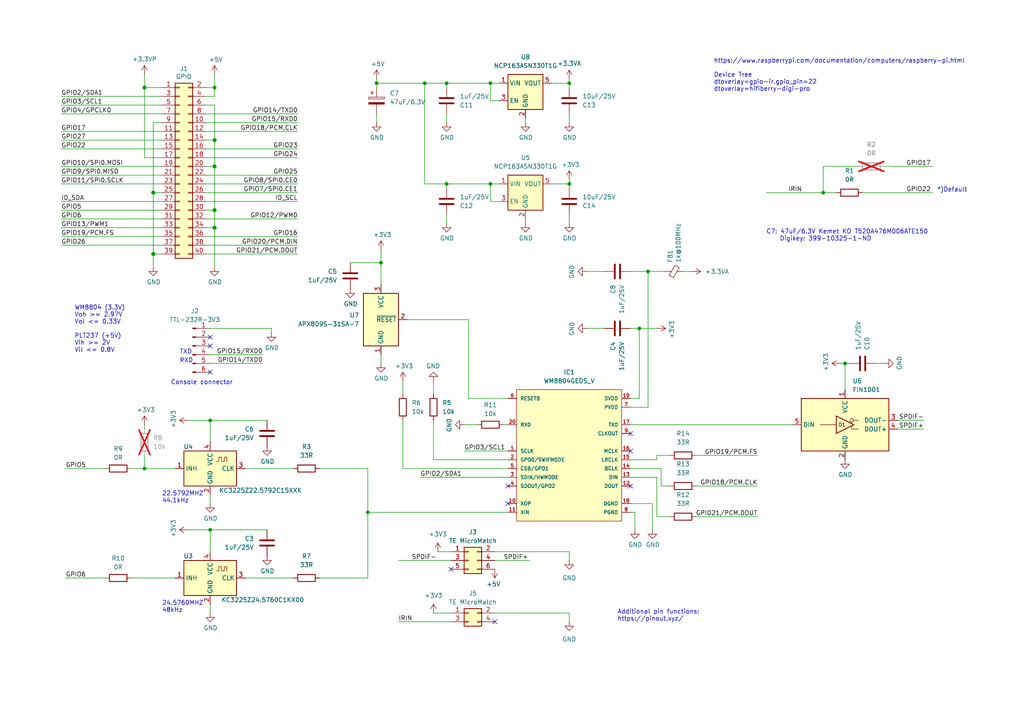
<source format=kicad_sch>
(kicad_sch (version 20250114) (generator "eeschema") (generator_version "9.0")
  (paper "A4")
  (title_block (title "RPI HAT S/PDIF and IR") (date "2025-12-20") (rev "V6 Min"))
  (lib_symbols
    (symbol "Connector:Conn_01x06_Pin" (pin_names (offset 1.016) (hide yes))
      (property "Reference" "J" (at 0 7.62 0))
      (property "Value" "Conn_01x06_Pin" (at 0 -10.16 0))
      (symbol "Conn_01x06_Pin_1_1"
        (pin passive line (at 5.08 5.08 180) (length 3.81) (name "Pin_1") (number "1"))
        (pin passive line (at 5.08 2.54 180) (length 3.81) (name "Pin_2") (number "2"))
        (pin passive line (at 5.08 0 180) (length 3.81) (name "Pin_3") (number "3"))
        (pin passive line (at 5.08 -2.54 180) (length 3.81) (name "Pin_4") (number "4"))
        (pin passive line (at 5.08 -5.08 180) (length 3.81) (name "Pin_5") (number "5"))
        (pin passive line (at 5.08 -7.62 180) (length 3.81) (name "Pin_6") (number "6"))
      )
    )
    (symbol "Connector_Generic:Conn_02x02_Odd_Even" (pin_names (offset 1.016) (hide yes))
      (property "Reference" "J" (at 1.27 2.54 0))
      (property "Value" "Conn_02x02_Odd_Even" (at 1.27 -5.08 0))
      (symbol "Conn_02x02_Odd_Even_1_1"
        (pin passive line (at -5.08 0 0) (length 3.81) (name "Pin_1") (number "1"))
        (pin passive line (at -5.08 -2.54 0) (length 3.81) (name "Pin_3") (number "3"))
        (pin passive line (at 7.62 0 180) (length 3.81) (name "Pin_2") (number "2"))
        (pin passive line (at 7.62 -2.54 180) (length 3.81) (name "Pin_4") (number "4"))
      )
    )
    (symbol "Connector_Generic:Conn_02x03_Odd_Even" (pin_names (offset 1.016) (hide yes))
      (property "Reference" "J" (at 1.27 5.08 0))
      (property "Value" "Conn_02x03_Odd_Even" (at 1.27 -5.08 0))
      (symbol "Conn_02x03_Odd_Even_1_1"
        (pin passive line (at -5.08 2.54 0) (length 3.81) (name "Pin_1") (number "1"))
        (pin passive line (at -5.08 0 0) (length 3.81) (name "Pin_3") (number "3"))
        (pin passive line (at -5.08 -2.54 0) (length 3.81) (name "Pin_5") (number "5"))
        (pin passive line (at 7.62 2.54 180) (length 3.81) (name "Pin_2") (number "2"))
        (pin passive line (at 7.62 0 180) (length 3.81) (name "Pin_4") (number "4"))
        (pin passive line (at 7.62 -2.54 180) (length 3.81) (name "Pin_6") (number "6"))
      )
    )
    (symbol "Connector_Generic:Conn_02x20_Odd_Even" (pin_names (offset 1.016) (hide yes))
      (property "Reference" "J" (at 1.27 25.4 0))
      (property "Value" "Conn_02x20_Odd_Even" (at 1.27 -27.94 0))
      (symbol "Conn_02x20_Odd_Even_1_1"
        (pin passive line (at -5.08 22.86 0) (length 3.81) (name "Pin_1") (number "1"))
        (pin passive line (at -5.08 20.32 0) (length 3.81) (name "Pin_3") (number "3"))
        (pin passive line (at -5.08 17.78 0) (length 3.81) (name "Pin_5") (number "5"))
        (pin passive line (at -5.08 15.24 0) (length 3.81) (name "Pin_7") (number "7"))
        (pin passive line (at -5.08 12.7 0) (length 3.81) (name "Pin_9") (number "9"))
        (pin passive line (at -5.08 10.16 0) (length 3.81) (name "Pin_11") (number "11"))
        (pin passive line (at -5.08 7.62 0) (length 3.81) (name "Pin_13") (number "13"))
        (pin passive line (at -5.08 5.08 0) (length 3.81) (name "Pin_15") (number "15"))
        (pin passive line (at -5.08 2.54 0) (length 3.81) (name "Pin_17") (number "17"))
        (pin passive line (at -5.08 0 0) (length 3.81) (name "Pin_19") (number "19"))
        (pin passive line (at -5.08 -2.54 0) (length 3.81) (name "Pin_21") (number "21"))
        (pin passive line (at -5.08 -5.08 0) (length 3.81) (name "Pin_23") (number "23"))
        (pin passive line (at -5.08 -7.62 0) (length 3.81) (name "Pin_25") (number "25"))
        (pin passive line (at -5.08 -10.16 0) (length 3.81) (name "Pin_27") (number "27"))
        (pin passive line (at -5.08 -12.7 0) (length 3.81) (name "Pin_29") (number "29"))
        (pin passive line (at -5.08 -15.24 0) (length 3.81) (name "Pin_31") (number "31"))
        (pin passive line (at -5.08 -17.78 0) (length 3.81) (name "Pin_33") (number "33"))
        (pin passive line (at -5.08 -20.32 0) (length 3.81) (name "Pin_35") (number "35"))
        (pin passive line (at -5.08 -22.86 0) (length 3.81) (name "Pin_37") (number "37"))
        (pin passive line (at -5.08 -25.4 0) (length 3.81) (name "Pin_39") (number "39"))
        (pin passive line (at 7.62 22.86 180) (length 3.81) (name "Pin_2") (number "2"))
        (pin passive line (at 7.62 20.32 180) (length 3.81) (name "Pin_4") (number "4"))
        (pin passive line (at 7.62 17.78 180) (length 3.81) (name "Pin_6") (number "6"))
        (pin passive line (at 7.62 15.24 180) (length 3.81) (name "Pin_8") (number "8"))
        (pin passive line (at 7.62 12.7 180) (length 3.81) (name "Pin_10") (number "10"))
        (pin passive line (at 7.62 10.16 180) (length 3.81) (name "Pin_12") (number "12"))
        (pin passive line (at 7.62 7.62 180) (length 3.81) (name "Pin_14") (number "14"))
        (pin passive line (at 7.62 5.08 180) (length 3.81) (name "Pin_16") (number "16"))
        (pin passive line (at 7.62 2.54 180) (length 3.81) (name "Pin_18") (number "18"))
        (pin passive line (at 7.62 0 180) (length 3.81) (name "Pin_20") (number "20"))
        (pin passive line (at 7.62 -2.54 180) (length 3.81) (name "Pin_22") (number "22"))
        (pin passive line (at 7.62 -5.08 180) (length 3.81) (name "Pin_24") (number "24"))
        (pin passive line (at 7.62 -7.62 180) (length 3.81) (name "Pin_26") (number "26"))
        (pin passive line (at 7.62 -10.16 180) (length 3.81) (name "Pin_28") (number "28"))
        (pin passive line (at 7.62 -12.7 180) (length 3.81) (name "Pin_30") (number "30"))
        (pin passive line (at 7.62 -15.24 180) (length 3.81) (name "Pin_32") (number "32"))
        (pin passive line (at 7.62 -17.78 180) (length 3.81) (name "Pin_34") (number "34"))
        (pin passive line (at 7.62 -20.32 180) (length 3.81) (name "Pin_36") (number "36"))
        (pin passive line (at 7.62 -22.86 180) (length 3.81) (name "Pin_38") (number "38"))
        (pin passive line (at 7.62 -25.4 180) (length 3.81) (name "Pin_40") (number "40"))
      )
    )
    (symbol "Device:C" (pin_numbers (hide yes)) (pin_names (offset 0.254))
      (property "Reference" "C" (at 0.635 2.54 0))
      (property "Value" "C" (at 0.635 -2.54 0))
      (symbol "C_1_1"
        (pin passive line (at 0 3.81 270) (length 2.794) (name "~") (number "1"))
        (pin passive line (at 0 -3.81 90) (length 2.794) (name "~") (number "2"))
      )
    )
    (symbol "Device:C_Polarized" (pin_numbers (hide yes)) (pin_names (offset 0.254))
      (property "Reference" "C" (at 0.635 2.54 0))
      (property "Value" "C_Polarized" (at 0.635 -2.54 0))
      (symbol "C_Polarized_1_1"
        (pin passive line (at 0 3.81 270) (length 2.794) (name "~") (number "1"))
        (pin passive line (at 0 -3.81 90) (length 2.794) (name "~") (number "2"))
      )
    )
    (symbol "Device:R" (pin_numbers (hide yes)) (pin_names (offset 0))
      (property "Reference" "R" (at 2.032 0 90))
      (property "Value" "R" (at 0 0 90))
      (symbol "R_1_1"
        (pin passive line (at 0 3.81 270) (length 1.27) (name "~") (number "1"))
        (pin passive line (at 0 -3.81 90) (length 1.27) (name "~") (number "2"))
      )
    )
    (symbol "Oscillator:KC2520Z"
      (property "Reference" "Y" (at 2.54 12.7 0))
      (property "Value" "KC2520Z" (at 6.35 10.16 0))
      (symbol "KC2520Z_1_1"
        (pin input line (at -10.16 0 0) (length 2.54) (name "INH") (number "1"))
        (pin power_in line (at 0 7.62 270) (length 2.54) (name "VCC") (number "4"))
        (pin power_in line (at 0 -7.62 90) (length 2.54) (name "GND") (number "2"))
        (pin output line (at 10.16 0 180) (length 2.54) (name "CLK") (number "3"))
      )
    )
    (symbol "Power_Supervisor:LM809"
      (property "Reference" "U" (at 2.54 12.7 0))
      (property "Value" "LM809" (at 5.08 10.16 0))
      (symbol "LM809_1_1"
        (pin power_in line (at 0 10.16 270) (length 2.54) (name "VCC") (number "3"))
        (pin power_in line (at 0 -10.16 90) (length 2.54) (name "GND") (number "1"))
        (pin output line (at 7.62 0 180) (length 2.54) (name "~{RESET}") (number "2"))
      )
    )
    (symbol "Regulator_Linear:NCP163ASN330T1G"
      (property "Reference" "U" (at 0 8.89 0))
      (property "Value" "NCP163ASN330T1G" (at 0 6.35 0))
      (symbol "NCP163ASN330T1G_1_1"
        (pin power_in line (at -7.62 2.54 0) (length 2.54) (name "VIN") (number "1"))
        (pin input line (at -7.62 -2.54 0) (length 2.54) (name "EN") (number "3"))
        (pin power_in line (at 0 -7.62 90) (length 2.54) (name "GND") (number "2"))
        (pin no_connect line (at 5.08 -2.54 180) (length 2.54) (hide yes) (name "NC") (number "4"))
        (pin power_out line (at 7.62 2.54 180) (length 2.54) (name "VOUT") (number "5"))
      )
    )
    (symbol "dac-rescue:Ferrite_Bead_Small-Device" (pin_numbers (hide yes)) (pin_names (offset 0))
      (property "Reference" "FB" (at 1.905 1.27 0))
      (property "Value" "Ferrite_Bead_Small-Device" (at 1.905 -1.27 0))
      (symbol "Ferrite_Bead_Small-Device_1_1"
        (pin passive line (at 0 2.54 270) (length 1.27) (name "~") (number "1"))
        (pin passive line (at 0 -2.54 90) (length 1.27) (name "~") (number "2"))
      )
    )
    (symbol "kicad-snk:FIN1001"
      (property "Reference" "U?" (at 8.89 12.7 0))
      (property "Value" "FIN1001" (at 8.89 10.16 0))
      (symbol "FIN1001_1_0"
        (text "D1" (at -0.889 0 0) (effects (font (size 1.016 1.016))))
      )
      (symbol "FIN1001_1_1"
        (pin input line (at -15.24 0 0) (length 2.54) (name "DIN") (number "5"))
        (pin power_in line (at 0 10.16 270) (length 2.54) (name "VCC") (number "1"))
        (pin power_in line (at 0 -10.16 90) (length 2.54) (name "GND") (number "2"))
        (pin output line (at 15.24 1.27 180) (length 2.54) (name "DOUT-") (number "3"))
        (pin output line (at 15.24 -1.27 180) (length 2.54) (name "DOUT+") (number "4"))
      )
    )
    (symbol "kicad-snk:WM8804GEDS_V" (pin_names (offset 1.016))
      (property "Reference" "IC" (at -15.24 13.97 0))
      (property "Value" "WM8804GEDS_V" (at -15.24 -27.94 0))
      (symbol "WM8804GEDS_V_0_0"
        (pin bidirectional line (at -17.78 10.16 0) (length 2.54) (name "RESETB") (number "6"))
        (pin bidirectional line (at -17.78 2.54 0) (length 2.54) (name "RX0") (number "20"))
        (pin bidirectional line (at -17.78 -5.08 0) (length 2.54) (name "SCLK") (number "1"))
        (pin bidirectional line (at -17.78 -7.62 0) (length 2.54) (name "GPO0/SWIFMODE") (number "2"))
        (pin bidirectional line (at -17.78 -10.16 0) (length 2.54) (name "CSB/GPO1") (number "5"))
        (pin bidirectional line (at -17.78 -12.7 0) (length 2.54) (name "SDIN/HWMODE") (number "3"))
        (pin bidirectional line (at -17.78 -15.24 0) (length 2.54) (name "SDOUT/GPO2") (number "4"))
        (pin bidirectional line (at -17.78 -20.32 0) (length 2.54) (name "XOP") (number "10"))
        (pin bidirectional line (at -17.78 -22.86 0) (length 2.54) (name "XIN") (number "11"))
        (pin bidirectional line (at 17.78 10.16 180) (length 2.54) (name "DVDD") (number "19"))
        (pin bidirectional line (at 17.78 7.62 180) (length 2.54) (name "PVDD") (number "7"))
        (pin bidirectional line (at 17.78 2.54 180) (length 2.54) (name "TX0") (number "17"))
        (pin bidirectional line (at 17.78 0 180) (length 2.54) (name "CLKOUT") (number "9"))
        (pin bidirectional line (at 17.78 -5.08 180) (length 2.54) (name "MCLK") (number "16"))
        (pin bidirectional line (at 17.78 -7.62 180) (length 2.54) (name "LRCLK") (number "15"))
        (pin bidirectional line (at 17.78 -10.16 180) (length 2.54) (name "BCLK") (number "14"))
        (pin bidirectional line (at 17.78 -12.7 180) (length 2.54) (name "DIN") (number "13"))
        (pin bidirectional line (at 17.78 -15.24 180) (length 2.54) (name "DOUT") (number "12"))
        (pin bidirectional line (at 17.78 -20.32 180) (length 2.54) (name "DGND") (number "18"))
        (pin bidirectional line (at 17.78 -22.86 180) (length 2.54) (name "PGND") (number "8"))
      )
    )
    (symbol "power:+3.3V" (power) (pin_numbers (hide yes)) (pin_names (offset 0) (hide yes))
      (property "Value" "+3.3V" (at 0 3.556 0))
      (symbol "+3.3V_1_1"
        (pin power_in line (at 0 0 90) (length 0) (name "~") (number "1"))
      )
    )
    (symbol "power:+3.3VA" (power) (pin_numbers (hide yes)) (pin_names (offset 0) (hide yes))
      (property "Value" "+3.3VA" (at 0 3.556 0))
      (symbol "+3.3VA_1_1"
        (pin power_in line (at 0 0 90) (length 0) (name "~") (number "1"))
      )
    )
    (symbol "power:+3.3VP" (power) (pin_numbers (hide yes)) (pin_names (offset 0) (hide yes))
      (property "Value" "+3.3VP" (at 0 3.556 0))
      (symbol "+3.3VP_0_0"
        (pin power_in line (at 0 0 90) (length 0) (name "~") (number "1"))
      )
    )
    (symbol "power:+5V" (power) (pin_numbers (hide yes)) (pin_names (offset 0) (hide yes))
      (property "Value" "+5V" (at 0 3.556 0))
      (symbol "+5V_1_1"
        (pin power_in line (at 0 0 90) (length 0) (name "~") (number "1"))
      )
    )
    (symbol "power:GND" (power) (pin_numbers (hide yes)) (pin_names (offset 0) (hide yes))
      (property "Value" "GND" (at 0 -3.81 0))
      (symbol "GND_1_1"
        (pin power_in line (at 0 0 270) (length 0) (name "~") (number "1"))
      )
    )
  )
  (text "24.5760MHZ\n48kHz" (at 46.99 177.8 0) (effects (font (size 1.27 1.27)) (justify left bottom)))
  (text "TXD" (at 52.07 102.87 0) (effects (font (size 1.27 1.27)) (justify left bottom)))
  (text "Console connector" (at 49.53 111.76 0) (effects (font (size 1.27 1.27)) (justify left bottom)))
  (text "https://www.raspberrypi.com/documentation/computers/raspberry-pi.html\n\nDevice Tree\ndtoverlay=gpio-ir,gpio_pin=22\ndtoverlay=hifiberry-digi-pro" (at 207.01 26.67 0) (effects (font (size 1.27 1.27)) (justify left bottom)))
  (text "WM8804 (3.3V)\nVoh >= 2.97V\nVol <= 0.33V\n\nPLT237 (+5V)\nVih >= 2V\nVil <= 0.8V" (at 21.59 102.362 0) (effects (font (size 1.27 1.27)) (justify left bottom)))
  (text "22.5792MHZ\n44.1kHz" (at 46.99 146.05 0) (effects (font (size 1.27 1.27)) (justify left bottom)))
  (text "C7: 47uF/6.3V Kemet KO T520A476M006ATE150 \n    Digikey: ‎399-10325-1-ND‎" (at 222.25 68.326 0) (effects (font (size 1.27 1.27)) (justify left)))
  (text "RXD" (at 52.07 105.41 0) (effects (font (size 1.27 1.27)) (justify left bottom)))
  (text "*)Default" (at 271.78 55.88 0) (effects (font (size 1.27 1.27)) (justify left bottom)))
  (text "Additional pin functions:\nhttps://pinout.xyz/" (at 179.07 180.34 0) (effects (font (size 1.27 1.27)) (justify left bottom)))
  (junction (at 41.91 135.89))
  (junction (at 123.19 24.13))
  (junction (at 185.42 95.25))
  (junction (at 62.23 60.96) (diameter 1.016))
  (junction (at 41.91 25.4) (diameter 1.016))
  (junction (at 62.23 66.04) (diameter 1.016))
  (junction (at 187.96 78.74))
  (junction (at 142.24 53.34))
  (junction (at 165.1 24.13))
  (junction (at 44.45 55.88) (diameter 1.016))
  (junction (at 109.22 24.13))
  (junction (at 129.54 53.34))
  (junction (at 142.24 24.13))
  (junction (at 62.23 48.26) (diameter 1.016))
  (junction (at 62.23 25.4))
  (junction (at 106.68 148.59))
  (junction (at 62.23 40.64) (diameter 1.016))
  (junction (at 129.54 24.13))
  (junction (at 238.76 55.88))
  (junction (at 60.96 121.92))
  (junction (at 60.96 153.67))
  (junction (at 245.11 105.41))
  (junction (at 44.45 73.66) (diameter 1.016))
  (junction (at 165.1 53.34))
  (junction (at 110.49 76.2))
  (no_connect (at 182.88 130.81))
  (no_connect (at 182.88 125.73))
  (no_connect (at 147.32 140.97))
  (no_connect (at 130.81 165.1))
  (no_connect (at 60.96 97.79))
  (no_connect (at 60.96 100.33))
  (no_connect (at 60.96 107.95))
  (no_connect (at 143.51 180.34))
  (no_connect (at 147.32 146.05))
  (no_connect (at 182.88 140.97))
  (wire (pts (xy 135.89 92.71) (xy 135.89 115.57)))
  (wire (pts (xy 44.45 55.88) (xy 44.45 73.66)))
  (wire (pts (xy 59.69 55.88) (xy 86.36 55.88)))
  (wire (pts (xy 165.1 24.13) (xy 160.02 24.13)))
  (wire (pts (xy 125.73 177.8) (xy 130.81 177.8)))
  (wire (pts (xy 46.99 38.1) (xy 17.78 38.1)))
  (wire (pts (xy 238.76 55.88) (xy 242.57 55.88)))
  (wire (pts (xy 160.02 53.34) (xy 165.1 53.34)))
  (wire (pts (xy 92.71 167.64) (xy 106.68 167.64)))
  (wire (pts (xy 62.23 30.48) (xy 62.23 40.64)))
  (wire (pts (xy 144.78 29.21) (xy 142.24 29.21)))
  (wire (pts (xy 62.23 27.94) (xy 62.23 25.4)))
  (wire (pts (xy 62.23 48.26) (xy 59.69 48.26)))
  (wire (pts (xy 170.18 78.74) (xy 175.26 78.74)))
  (wire (pts (xy 143.51 160.02) (xy 165.1 160.02)))
  (wire (pts (xy 254 105.41) (xy 256.54 105.41)))
  (wire (pts (xy 250.19 55.88) (xy 270.51 55.88)))
  (wire (pts (xy 62.23 60.96) (xy 62.23 66.04)))
  (wire (pts (xy 118.11 92.71) (xy 135.89 92.71)))
  (wire (pts (xy 121.92 138.43) (xy 147.32 138.43)))
  (wire (pts (xy 201.93 140.97) (xy 219.71 140.97)))
  (wire (pts (xy 248.92 48.26) (xy 238.76 48.26)))
  (wire (pts (xy 142.24 53.34) (xy 144.78 53.34)))
  (wire (pts (xy 71.12 135.89) (xy 85.09 135.89)))
  (wire (pts (xy 260.35 121.92) (xy 267.97 121.92)))
  (wire (pts (xy 92.71 135.89) (xy 106.68 135.89)))
  (wire (pts (xy 62.23 48.26) (xy 62.23 60.96)))
  (wire (pts (xy 59.69 33.02) (xy 86.36 33.02)))
  (wire (pts (xy 110.49 102.87) (xy 110.49 105.41)))
  (wire (pts (xy 44.45 35.56) (xy 44.45 55.88)))
  (wire (pts (xy 165.1 62.23) (xy 165.1 64.77)))
  (wire (pts (xy 44.45 35.56) (xy 46.99 35.56)))
  (wire (pts (xy 59.69 53.34) (xy 86.36 53.34)))
  (wire (pts (xy 46.99 58.42) (xy 17.78 58.42)))
  (wire (pts (xy 109.22 24.13) (xy 123.19 24.13)))
  (wire (pts (xy 17.78 60.96) (xy 46.99 60.96)))
  (wire (pts (xy 60.96 121.92) (xy 77.47 121.92)))
  (wire (pts (xy 152.4 34.29) (xy 152.4 35.56)))
  (wire (pts (xy 109.22 24.13) (xy 109.22 25.4)))
  (wire (pts (xy 187.96 118.11) (xy 187.96 78.74)))
  (wire (pts (xy 222.25 55.88) (xy 238.76 55.88)))
  (wire (pts (xy 59.69 27.94) (xy 62.23 27.94)))
  (wire (pts (xy 182.88 115.57) (xy 185.42 115.57)))
  (wire (pts (xy 182.88 148.59) (xy 184.15 148.59)))
  (wire (pts (xy 44.45 55.88) (xy 46.99 55.88)))
  (wire (pts (xy 116.84 121.92) (xy 116.84 135.89)))
  (wire (pts (xy 59.69 43.18) (xy 86.36 43.18)))
  (wire (pts (xy 106.68 135.89) (xy 106.68 148.59)))
  (wire (pts (xy 134.62 130.81) (xy 147.32 130.81)))
  (wire (pts (xy 116.84 110.49) (xy 116.84 114.3)))
  (wire (pts (xy 165.1 160.02) (xy 165.1 162.56)))
  (wire (pts (xy 59.69 73.66) (xy 86.36 73.66)))
  (wire (pts (xy 44.45 73.66) (xy 44.45 77.47)))
  (wire (pts (xy 17.78 40.64) (xy 46.99 40.64)))
  (wire (pts (xy 41.91 21.59) (xy 41.91 25.4)))
  (wire (pts (xy 110.49 72.39) (xy 110.49 76.2)))
  (wire (pts (xy 182.88 123.19) (xy 229.87 123.19)))
  (wire (pts (xy 185.42 95.25) (xy 190.5 95.25)))
  (wire (pts (xy 78.74 95.25) (xy 60.96 95.25)))
  (wire (pts (xy 165.1 25.4) (xy 165.1 24.13)))
  (wire (pts (xy 62.23 66.04) (xy 59.69 66.04)))
  (wire (pts (xy 198.12 78.74) (xy 200.66 78.74)))
  (wire (pts (xy 17.78 30.48) (xy 46.99 30.48)))
  (wire (pts (xy 54.61 121.92) (xy 60.96 121.92)))
  (wire (pts (xy 60.96 153.67) (xy 77.47 153.67)))
  (wire (pts (xy 185.42 115.57) (xy 185.42 95.25)))
  (wire (pts (xy 187.96 78.74) (xy 182.88 78.74)))
  (wire (pts (xy 17.78 53.34) (xy 46.99 53.34)))
  (wire (pts (xy 182.88 146.05) (xy 189.23 146.05)))
  (wire (pts (xy 71.12 167.64) (xy 85.09 167.64)))
  (wire (pts (xy 41.91 45.72) (xy 46.99 45.72)))
  (wire (pts (xy 115.57 180.34) (xy 130.81 180.34)))
  (wire (pts (xy 123.19 53.34) (xy 129.54 53.34)))
  (wire (pts (xy 143.51 162.56) (xy 153.67 162.56)))
  (wire (pts (xy 46.99 27.94) (xy 17.78 27.94)))
  (wire (pts (xy 201.93 149.86) (xy 219.71 149.86)))
  (wire (pts (xy 142.24 24.13) (xy 144.78 24.13)))
  (wire (pts (xy 165.1 33.02) (xy 165.1 35.56)))
  (wire (pts (xy 129.54 62.23) (xy 129.54 64.77)))
  (wire (pts (xy 245.11 105.41) (xy 245.11 113.03)))
  (wire (pts (xy 123.19 24.13) (xy 123.19 53.34)))
  (wire (pts (xy 62.23 40.64) (xy 62.23 48.26)))
  (wire (pts (xy 59.69 38.1) (xy 86.36 38.1)))
  (wire (pts (xy 106.68 167.64) (xy 106.68 148.59)))
  (wire (pts (xy 62.23 40.64) (xy 59.69 40.64)))
  (wire (pts (xy 62.23 25.4) (xy 62.23 21.59)))
  (wire (pts (xy 190.5 133.35) (xy 190.5 132.08)))
  (wire (pts (xy 60.96 121.92) (xy 60.96 128.27)))
  (wire (pts (xy 125.73 121.92) (xy 125.73 133.35)))
  (wire (pts (xy 146.05 123.19) (xy 147.32 123.19)))
  (wire (pts (xy 201.93 132.08) (xy 219.71 132.08)))
  (wire (pts (xy 17.78 33.02) (xy 46.99 33.02)))
  (wire (pts (xy 127 160.02) (xy 130.81 160.02)))
  (wire (pts (xy 41.91 25.4) (xy 41.91 45.72)))
  (wire (pts (xy 142.24 53.34) (xy 142.24 58.42)))
  (wire (pts (xy 60.96 175.26) (xy 60.96 177.8)))
  (wire (pts (xy 238.76 48.26) (xy 238.76 55.88)))
  (wire (pts (xy 59.69 45.72) (xy 86.36 45.72)))
  (wire (pts (xy 260.35 124.46) (xy 267.97 124.46)))
  (wire (pts (xy 185.42 95.25) (xy 182.88 95.25)))
  (wire (pts (xy 59.69 35.56) (xy 86.36 35.56)))
  (wire (pts (xy 170.18 95.25) (xy 175.26 95.25)))
  (wire (pts (xy 19.05 167.64) (xy 30.48 167.64)))
  (wire (pts (xy 190.5 132.08) (xy 194.31 132.08)))
  (wire (pts (xy 59.69 25.4) (xy 62.23 25.4)))
  (wire (pts (xy 189.23 146.05) (xy 189.23 153.67)))
  (wire (pts (xy 135.89 115.57) (xy 147.32 115.57)))
  (wire (pts (xy 17.78 43.18) (xy 46.99 43.18)))
  (wire (pts (xy 41.91 123.19) (xy 41.91 124.46)))
  (wire (pts (xy 17.78 50.8) (xy 46.99 50.8)))
  (wire (pts (xy 109.22 22.86) (xy 109.22 24.13)))
  (wire (pts (xy 190.5 138.43) (xy 182.88 138.43)))
  (wire (pts (xy 129.54 33.02) (xy 129.54 35.56)))
  (wire (pts (xy 115.57 162.56) (xy 130.81 162.56)))
  (wire (pts (xy 129.54 24.13) (xy 142.24 24.13)))
  (wire (pts (xy 19.05 135.89) (xy 30.48 135.89)))
  (wire (pts (xy 134.62 123.19) (xy 138.43 123.19)))
  (wire (pts (xy 60.96 143.51) (xy 60.96 146.05)))
  (wire (pts (xy 125.73 133.35) (xy 147.32 133.35)))
  (wire (pts (xy 144.78 58.42) (xy 142.24 58.42)))
  (wire (pts (xy 125.73 110.49) (xy 125.73 114.3)))
  (wire (pts (xy 60.96 105.41) (xy 76.2 105.41)))
  (wire (pts (xy 17.78 63.5) (xy 46.99 63.5)))
  (wire (pts (xy 165.1 52.07) (xy 165.1 53.34)))
  (wire (pts (xy 60.96 102.87) (xy 76.2 102.87)))
  (wire (pts (xy 60.96 153.67) (xy 60.96 160.02)))
  (wire (pts (xy 17.78 68.58) (xy 46.99 68.58)))
  (wire (pts (xy 116.84 135.89) (xy 147.32 135.89)))
  (wire (pts (xy 59.69 68.58) (xy 86.36 68.58)))
  (wire (pts (xy 190.5 149.86) (xy 190.5 138.43)))
  (wire (pts (xy 110.49 76.2) (xy 110.49 82.55)))
  (wire (pts (xy 59.69 63.5) (xy 86.36 63.5)))
  (wire (pts (xy 41.91 135.89) (xy 50.8 135.89)))
  (wire (pts (xy 44.45 73.66) (xy 46.99 73.66)))
  (wire (pts (xy 191.77 135.89) (xy 182.88 135.89)))
  (wire (pts (xy 245.11 105.41) (xy 246.38 105.41)))
  (wire (pts (xy 59.69 71.12) (xy 86.36 71.12)))
  (wire (pts (xy 165.1 22.86) (xy 165.1 24.13)))
  (wire (pts (xy 62.23 30.48) (xy 59.69 30.48)))
  (wire (pts (xy 17.78 71.12) (xy 46.99 71.12)))
  (wire (pts (xy 123.19 24.13) (xy 129.54 24.13)))
  (wire (pts (xy 38.1 167.64) (xy 50.8 167.64)))
  (wire (pts (xy 106.68 148.59) (xy 147.32 148.59)))
  (wire (pts (xy 184.15 153.67) (xy 184.15 148.59)))
  (wire (pts (xy 182.88 118.11) (xy 187.96 118.11)))
  (wire (pts (xy 194.31 140.97) (xy 191.77 140.97)))
  (wire (pts (xy 78.74 96.52) (xy 78.74 95.25)))
  (wire (pts (xy 129.54 53.34) (xy 142.24 53.34)))
  (wire (pts (xy 165.1 177.8) (xy 165.1 180.34)))
  (wire (pts (xy 129.54 53.34) (xy 129.54 54.61)))
  (wire (pts (xy 142.24 24.13) (xy 142.24 29.21)))
  (wire (pts (xy 109.22 33.02) (xy 109.22 35.56)))
  (wire (pts (xy 256.54 48.26) (xy 270.51 48.26)))
  (wire (pts (xy 62.23 66.04) (xy 62.23 77.47)))
  (wire (pts (xy 194.31 149.86) (xy 190.5 149.86)))
  (wire (pts (xy 59.69 50.8) (xy 86.36 50.8)))
  (wire (pts (xy 46.99 66.04) (xy 17.78 66.04)))
  (wire (pts (xy 182.88 133.35) (xy 190.5 133.35)))
  (wire (pts (xy 165.1 53.34) (xy 165.1 54.61)))
  (wire (pts (xy 143.51 177.8) (xy 165.1 177.8)))
  (wire (pts (xy 101.6 76.2) (xy 110.49 76.2)))
  (wire (pts (xy 129.54 24.13) (xy 129.54 25.4)))
  (wire (pts (xy 62.23 60.96) (xy 59.69 60.96)))
  (wire (pts (xy 41.91 25.4) (xy 46.99 25.4)))
  (wire (pts (xy 191.77 140.97) (xy 191.77 135.89)))
  (wire (pts (xy 38.1 135.89) (xy 41.91 135.89)))
  (wire (pts (xy 41.91 132.08) (xy 41.91 135.89)))
  (wire (pts (xy 243.84 105.41) (xy 245.11 105.41)))
  (wire (pts (xy 187.96 78.74) (xy 193.04 78.74)))
  (wire (pts (xy 54.61 153.67) (xy 60.96 153.67)))
  (wire (pts (xy 152.4 63.5) (xy 152.4 64.77)))
  (wire (pts (xy 46.99 48.26) (xy 17.78 48.26)))
  (wire (pts (xy 59.69 58.42) (xy 86.36 58.42)))
  (label "ID_SDA" (at 17.78 58.42 0))
  (label "GPIO6" (at 17.78 63.5 0))
  (label "GPIO22" (at 262.89 55.88 0))
  (label "SPDIF-" (at 267.97 121.92 180))
  (label "GPIO18{slash}PCM.CLK" (at 219.71 140.97 180))
  (label "ID_SCL" (at 86.36 58.42 180))
  (label "GPIO5" (at 17.78 60.96 0))
  (label "GPIO21{slash}PCM.DOUT" (at 86.36 73.66 180))
  (label "GPIO19{slash}PCM.FS" (at 17.78 68.58 0))
  (label "GPIO10{slash}SPI0.MOSI" (at 17.78 48.26 0))
  (label "GPIO9{slash}SPI0.MISO" (at 17.78 50.8 0))
  (label "GPIO23" (at 86.36 43.18 180))
  (label "GPIO15{slash}RXD0" (at 76.2 102.87 180))
  (label "SPDIF+" (at 267.97 124.46 180))
  (label "GPIO5" (at 19.05 135.89 0))
  (label "GPIO19{slash}PCM.FS" (at 219.71 132.08 180))
  (label "GPIO6" (at 19.05 167.64 0))
  (label "GPIO4{slash}GPCLK0" (at 17.78 33.02 0))
  (label "GPIO27" (at 17.78 40.64 0))
  (label "GPIO26" (at 17.78 71.12 0))
  (label "GPIO14{slash}TXD0" (at 86.36 33.02 180))
  (label "GPIO8{slash}SPI0.CE0" (at 86.36 53.34 180))
  (label "GPIO15{slash}RXD0" (at 86.36 35.56 180))
  (label "GPIO14{slash}TXD0" (at 76.2 105.41 180))
  (label "GPIO16" (at 86.36 68.58 180))
  (label "GPIO2{slash}SDA1" (at 121.92 138.43 0))
  (label "IRIN" (at 115.57 180.34 0))
  (label "GPIO22" (at 17.78 43.18 0))
  (label "GPIO21{slash}PCM.DOUT" (at 219.71 149.86 180))
  (label "GPIO2{slash}SDA1" (at 17.78 27.94 0))
  (label "GPIO17" (at 17.78 38.1 0))
  (label "GPIO25" (at 86.36 50.8 180))
  (label "GPIO3{slash}SCL1" (at 17.78 30.48 0))
  (label "GPIO18{slash}PCM.CLK" (at 86.36 38.1 180))
  (label "GPIO12{slash}PWM0" (at 86.36 63.5 180))
  (label "GPIO13{slash}PWM1" (at 17.78 66.04 0))
  (label "GPIO3{slash}SCL1" (at 134.62 130.81 0))
  (label "GPIO20{slash}PCM.DIN" (at 86.36 71.12 180))
  (label "GPIO24" (at 86.36 45.72 180))
  (label "GPIO17" (at 262.89 48.26 0))
  (label "GPIO7{slash}SPI0.CE1" (at 86.36 55.88 180))
  (label "SPDIF+" (at 146.05 162.56 0))
  (label "SPDIF-" (at 119.38 162.56 0))
  (label "IRIN" (at 228.6 55.88 0))
  (label "GPIO11{slash}SPI0.SCLK" (at 17.78 53.34 0))
  (symbol (lib_id "power:+5V") (at 62.23 21.59 0) (unit 1)
    (property "Reference" "#PWR01" (effects (hide yes)))
    (property "Value" "+5V" (at 62.5983 17.2656 0))
    (property "Description" "Power symbol creates a global label with name \"+5V\"" (effects (hide yes)))
  )
  (symbol (lib_id "power:GND") (at 62.23 77.47 0) (unit 1)
    (property "Reference" "#PWR02" (effects (hide yes)))
    (property "Value" "GND" (at 62.3443 81.7944 0))
    (property "Description" "Power symbol creates a global label with name \"GND\" , ground" (effects (hide yes)))
  )
  (symbol (lib_id "power:GND") (at 44.45 77.47 0) (unit 1)
    (property "Reference" "#PWR03" (effects (hide yes)))
    (property "Value" "GND" (at 44.5643 81.7944 0))
    (property "Description" "Power symbol creates a global label with name \"GND\" , ground" (effects (hide yes)))
  )
  (symbol (lib_id "Connector_Generic:Conn_02x20_Odd_Even") (at 52.07 48.26 0) (unit 1)
    (property "Reference" "J1" (at 53.34 19.9198 0))
    (property "Value" "GPIO" (at 53.34 22.225 0))
    (property "Footprint" "Connector_PinSocket_2.54mm:PinSocket_2x20_P2.54mm_Vertical" (effects (hide yes)))
    (property "Description" "Generic connector, double row, 02x20, odd/even pin numbering scheme (row 1 odd numbers, row 2 even numbers), script generated (kicad-library-utils/schlib/autogen/connector/)" (effects (hide yes)))
  )
  (symbol (lib_id "power:GND") (at 165.1 162.56 0) (unit 1)
    (property "Reference" "#PWR043" (effects (hide yes)))
    (property "Value" "GND" (at 165.1 167.64 0))
    (property "Description" "Power symbol creates a global label with name \"GND\" , ground" (effects (hide yes)))
  )
  (symbol (lib_id "power:+3.3V") (at 127 160.02 0) (unit 1)
    (property "Reference" "#PWR042" (effects (hide yes)))
    (property "Value" "+3V3" (at 127 154.94 0))
    (property "Description" "Power symbol creates a global label with name \"+3.3V\"" (effects (hide yes)))
  )
  (symbol (lib_id "power:+3.3V") (at 190.5 95.25 270) (unit 1)
    (property "Reference" "#PWR018" (effects (hide yes)))
    (property "Value" "+3V3" (at 194.8244 95.6183 0))
    (property "Description" "Power symbol creates a global label with name \"+3.3V\"" (effects (hide yes)))
  )
  (symbol (lib_id "Device:C_Polarized") (at 109.22 29.21 0) (unit 1)
    (property "Reference" "C7" (at 113.03 27.051 0) (effects (justify left)))
    (property "Value" "47uF/6.3V" (at 113.03 29.591 0) (effects (justify left)))
    (property "Footprint" "Capacitor_SMD:C_1206_3216Metric_Pad1.33x1.80mm_HandSolder" (effects (hide yes)))
    (property "Description" "Polarized capacitor" (effects (hide yes)))
  )
  (symbol (lib_id "power:+3.3VA") (at 165.1 22.86 0) (unit 1)
    (property "Reference" "#PWR039" (effects (hide yes)))
    (property "Value" "+3.3VA" (at 165.1 18.415 0))
    (property "Description" "Power symbol creates a global label with name \"+3.3VA\"" (effects (hide yes)))
  )
  (symbol (lib_id "power:GND") (at 165.1 64.77 0) (unit 1)
    (property "Reference" "#PWR033" (effects (hide yes)))
    (property "Value" "GND" (at 165.2143 69.0944 0))
    (property "Description" "Power symbol creates a global label with name \"GND\" , ground" (effects (hide yes)))
  )
  (symbol (lib_id "power:GND") (at 165.1 35.56 0) (unit 1)
    (property "Reference" "#PWR036" (effects (hide yes)))
    (property "Value" "GND" (at 165.2143 39.8844 0))
    (property "Description" "Power symbol creates a global label with name \"GND\" , ground" (effects (hide yes)))
  )
  (symbol (lib_id "power:GND") (at 109.22 35.56 0) (unit 1)
    (property "Reference" "#PWR037" (effects (hide yes)))
    (property "Value" "GND" (at 109.3343 39.8844 0))
    (property "Description" "Power symbol creates a global label with name \"GND\" , ground" (effects (hide yes)))
  )
  (symbol (lib_id "power:GND") (at 129.54 35.56 0) (unit 1)
    (property "Reference" "#PWR034" (effects (hide yes)))
    (property "Value" "GND" (at 129.6543 39.8844 0))
    (property "Description" "Power symbol creates a global label with name \"GND\" , ground" (effects (hide yes)))
  )
  (symbol (lib_id "Connector_Generic:Conn_02x02_Odd_Even") (at 135.89 177.8 0) (unit 1)
    (property "Reference" "J5" (at 137.16 172.085 0))
    (property "Value" "TE MicroMatch" (at 137.16 174.625 0))
    (property "Footprint" "Connector_TE-Connectivity:TE_Micro-MaTch_215079-4_2x02_P1.27mm_Vertical" (effects (hide yes)))
    (property "Description" "Generic connector, double row, 02x02, odd/even pin numbering scheme (row 1 odd numbers, row 2 even numbers), script generated (kicad-library-utils/schlib/autogen/connector/)" (effects (hide yes)))
  )
  (symbol (lib_id "Power_Supervisor:LM809") (at 110.49 92.71 0) (unit 1)
    (property "Reference" "U7" (at 104.14 91.44 0) (effects (justify right)))
    (property "Value" "APX809S-31SA-7" (at 104.14 93.98 0) (effects (justify right)))
    (property "Footprint" "Package_TO_SOT_SMD:SOT-23" (effects (hide yes)))
    (property "Datasheet" "http://www.ti.com/lit/ds/symlink/lm809.pdf" (effects (hide yes)))
    (property "Description" "Microprocessor Reset (active-low) Circuit, SOT-23" (effects (hide yes)))
  )
  (symbol (lib_id "Device:R") (at 41.91 128.27 180) (unit 1) (dnp yes)
    (property "Reference" "R8" (at 44.45 127 0) (effects (justify right)))
    (property "Value" "10k" (at 44.45 129.54 0) (effects (justify right)))
    (property "Footprint" "Resistor_SMD:R_0603_1608Metric_Pad0.98x0.95mm_HandSolder" (effects (hide yes)))
    (property "Description" "Resistor" (effects (hide yes)))
  )
  (symbol (lib_id "power:GND") (at 77.47 129.54 0) (unit 1)
    (property "Reference" "#PWR011" (effects (hide yes)))
    (property "Value" "GND" (at 77.5843 133.8644 0))
    (property "Description" "Power symbol creates a global label with name \"GND\" , ground" (effects (hide yes)))
  )
  (symbol (lib_id "power:GND") (at 152.4 35.56 0) (unit 1)
    (property "Reference" "#PWR035" (effects (hide yes)))
    (property "Value" "GND" (at 152.5143 39.8844 0))
    (property "Description" "Power symbol creates a global label with name \"GND\" , ground" (effects (hide yes)))
  )
  (symbol (lib_id "power:+3.3V") (at 110.49 72.39 0) (unit 1)
    (property "Reference" "#PWR014" (effects (hide yes)))
    (property "Value" "+3V3" (at 110.8583 68.0656 0))
    (property "Description" "Power symbol creates a global label with name \"+3.3V\"" (effects (hide yes)))
  )
  (symbol (lib_id "Device:C") (at 77.47 125.73 0) (mirror y) (unit 1)
    (property "Reference" "C6" (at 73.66 124.46 0) (effects (justify left)))
    (property "Value" "1uF/25V" (at 73.66 127 0) (effects (justify left)))
    (property "Footprint" "Capacitor_SMD:C_0603_1608Metric" (effects (hide yes)))
    (property "Description" "Unpolarized capacitor" (effects (hide yes)))
  )
  (symbol (lib_id "Device:C") (at 77.47 157.48 0) (mirror y) (unit 1)
    (property "Reference" "C3" (at 73.66 156.21 0) (effects (justify left)))
    (property "Value" "1uF/25V" (at 73.66 158.75 0) (effects (justify left)))
    (property "Footprint" "Capacitor_SMD:C_0603_1608Metric" (effects (hide yes)))
    (property "Description" "Unpolarized capacitor" (effects (hide yes)))
  )
  (symbol (lib_id "Device:R") (at 198.12 132.08 270) (unit 1)
    (property "Reference" "R14" (at 198.12 125.73 90))
    (property "Value" "33R" (at 198.12 128.27 90))
    (property "Footprint" "Resistor_SMD:R_0603_1608Metric_Pad0.98x0.95mm_HandSolder" (effects (hide yes)))
    (property "Description" "Resistor" (effects (hide yes)))
  )
  (symbol (lib_id "power:GND") (at 184.15 153.67 0) (unit 1)
    (property "Reference" "#PWR021" (effects (hide yes)))
    (property "Value" "GND" (at 184.2643 157.9944 0))
    (property "Description" "Power symbol creates a global label with name \"GND\" , ground" (effects (hide yes)))
  )
  (symbol (lib_id "Device:C") (at 250.19 105.41 270) (mirror x) (unit 1)
    (property "Reference" "C10" (at 251.46 101.6 0) (effects (justify left)))
    (property "Value" "1uF/25V" (at 248.92 101.6 0) (effects (justify left)))
    (property "Footprint" "Capacitor_SMD:C_0603_1608Metric_Pad1.08x0.95mm_HandSolder" (effects (hide yes)))
    (property "Description" "Unpolarized capacitor" (effects (hide yes)))
  )
  (symbol (lib_id "Device:R") (at 198.12 149.86 270) (unit 1)
    (property "Reference" "R12" (at 198.12 143.51 90))
    (property "Value" "33R" (at 198.12 146.05 90))
    (property "Footprint" "Resistor_SMD:R_0603_1608Metric_Pad0.98x0.95mm_HandSolder" (effects (hide yes)))
    (property "Description" "Resistor" (effects (hide yes)))
  )
  (symbol (lib_id "power:GND") (at 129.54 64.77 0) (unit 1)
    (property "Reference" "#PWR032" (effects (hide yes)))
    (property "Value" "GND" (at 129.6543 69.0944 0))
    (property "Description" "Power symbol creates a global label with name \"GND\" , ground" (effects (hide yes)))
  )
  (symbol (lib_id "power:GND") (at 152.4 64.77 0) (unit 1)
    (property "Reference" "#PWR031" (effects (hide yes)))
    (property "Value" "GND" (at 152.5143 69.0944 0))
    (property "Description" "Power symbol creates a global label with name \"GND\" , ground" (effects (hide yes)))
  )
  (symbol (lib_id "power:+3.3V") (at 41.91 123.19 0) (unit 1)
    (property "Reference" "#PWR026" (effects (hide yes)))
    (property "Value" "+3V3" (at 42.2783 118.8656 0))
    (property "Description" "Power symbol creates a global label with name \"+3.3V\"" (effects (hide yes)))
  )
  (symbol (lib_id "power:GND") (at 101.6 83.82 0) (unit 1)
    (property "Reference" "#PWR027" (effects (hide yes)))
    (property "Value" "GND" (at 101.7143 88.1444 0))
    (property "Description" "Power symbol creates a global label with name \"GND\" , ground" (effects (hide yes)))
  )
  (symbol (lib_id "power:+3.3VA") (at 200.66 78.74 270) (unit 1)
    (property "Reference" "#PWR040" (effects (hide yes)))
    (property "Value" "+3.3VA" (at 204.47 78.74 90) (effects (justify left)))
    (property "Description" "Power symbol creates a global label with name \"+3.3VA\"" (effects (hide yes)))
  )
  (symbol (lib_id "Device:R") (at 88.9 167.64 270) (unit 1)
    (property "Reference" "R7" (at 88.9 161.29 90))
    (property "Value" "33R" (at 88.9 163.83 90))
    (property "Footprint" "Resistor_SMD:R_0603_1608Metric_Pad0.98x0.95mm_HandSolder" (effects (hide yes)))
    (property "Description" "Resistor" (effects (hide yes)))
  )
  (symbol (lib_id "power:GND") (at 77.47 161.29 0) (unit 1)
    (property "Reference" "#PWR012" (effects (hide yes)))
    (property "Value" "GND" (at 77.5843 165.6144 0))
    (property "Description" "Power symbol creates a global label with name \"GND\" , ground" (effects (hide yes)))
  )
  (symbol (lib_id "Regulator_Linear:NCP163ASN330T1G") (at 152.4 26.67 0) (unit 1)
    (property "Reference" "U8" (at 152.4 16.51 0))
    (property "Value" "NCP163ASN330T1G" (at 152.4 19.05 0))
    (property "Footprint" "Package_TO_SOT_SMD:SOT-23-5" (effects (hide yes)))
    (property "Datasheet" "https://www.onsemi.com/pdf/datasheet/ncp163-d.pdf" (effects (hide yes)))
    (property "Description" "250mA low-noise LDO, 2.2V-5.5V input, 3.3V output, SOT-23-5" (effects (hide yes)))
  )
  (symbol (lib_id "power:+3.3V") (at 54.61 121.92 90) (unit 1)
    (property "Reference" "#PWR023" (effects (hide yes)))
    (property "Value" "+3V3" (at 50.2856 121.5517 0))
    (property "Description" "Power symbol creates a global label with name \"+3.3V\"" (effects (hide yes)))
  )
  (symbol (lib_id "power:+3.3V") (at 165.1 52.07 0) (unit 1)
    (property "Reference" "#PWR017" (effects (hide yes)))
    (property "Value" "+3V3" (at 165.4683 47.7456 0))
    (property "Description" "Power symbol creates a global label with name \"+3.3V\"" (effects (hide yes)))
  )
  (symbol (lib_id "power:GND") (at 245.11 133.35 0) (unit 1)
    (property "Reference" "#PWR047" (effects (hide yes)))
    (property "Value" "GND" (at 245.2243 137.6744 0))
    (property "Description" "Power symbol creates a global label with name \"GND\" , ground" (effects (hide yes)))
  )
  (symbol (lib_id "power:+3.3VP") (at 41.91 21.59 0) (unit 1)
    (property "Reference" "#PWR041" (effects (hide yes)))
    (property "Value" "+3.3VP" (at 41.91 17.145 0))
    (property "Description" "Power symbol creates a global label with name \"+3.3VP\"" (effects (hide yes)))
  )
  (symbol (lib_id "Regulator_Linear:NCP163ASN330T1G") (at 152.4 55.88 0) (unit 1)
    (property "Reference" "U5" (at 152.4 45.72 0))
    (property "Value" "NCP163ASN330T1G" (at 152.4 48.26 0))
    (property "Footprint" "Package_TO_SOT_SMD:SOT-23-5" (effects (hide yes)))
    (property "Datasheet" "https://www.onsemi.com/pdf/datasheet/ncp163-d.pdf" (effects (hide yes)))
    (property "Description" "250mA low-noise LDO, 2.2V-5.5V input, 3.3V output, SOT-23-5" (effects (hide yes)))
  )
  (symbol (lib_id "power:GND") (at 256.54 105.41 90) (unit 1)
    (property "Reference" "#PWR045" (effects (hide yes)))
    (property "Value" "GND" (at 260.8644 105.2957 0))
    (property "Description" "Power symbol creates a global label with name \"GND\" , ground" (effects (hide yes)))
  )
  (symbol (lib_id "power:GND") (at 110.49 105.41 0) (unit 1)
    (property "Reference" "#PWR04" (effects (hide yes)))
    (property "Value" "GND" (at 110.6043 109.7344 0))
    (property "Description" "Power symbol creates a global label with name \"GND\" , ground" (effects (hide yes)))
  )
  (symbol (lib_id "power:GND") (at 165.1 180.34 0) (unit 1)
    (property "Reference" "#PWR049" (effects (hide yes)))
    (property "Value" "GND" (at 165.1 185.42 0))
    (property "Description" "Power symbol creates a global label with name \"GND\" , ground" (effects (hide yes)))
  )
  (symbol (lib_id "Oscillator:KC2520Z") (at 60.96 135.89 0) (unit 1)
    (property "Reference" "U4" (at 54.61 129.54 0))
    (property "Value" "KC3225Z22.5792C15XXK" (at 75.565 142.24 0))
    (property "Footprint" "Crystal:Crystal_SMD_3225-4Pin_3.2x2.5mm_HandSoldering" (effects (hide yes)))
    (property "Datasheet" "https://global.kyocera.com/prdct/electro/product/pdf/clock_z_xz_e.pdf" (effects (hide yes)))
    (property "Description" "1.8432MHz ~ 125MHz Crystal Oscillator" (effects (hide yes)))
  )
  (symbol (lib_id "Device:C") (at 129.54 58.42 0) (mirror x) (unit 1)
    (property "Reference" "C12" (at 133.35 59.69 0) (effects (justify left)))
    (property "Value" "1uF/25V" (at 133.35 57.15 0) (effects (justify left)))
    (property "Footprint" "Capacitor_SMD:C_0603_1608Metric_Pad1.08x0.95mm_HandSolder" (effects (hide yes)))
    (property "Description" "Unpolarized capacitor" (effects (hide yes)))
  )
  (symbol (lib_id "Device:C") (at 179.07 95.25 90) (mirror x) (unit 1)
    (property "Reference" "C4" (at 177.8 99.06 0) (effects (justify left)))
    (property "Value" "1uF/25V" (at 180.34 99.06 0) (effects (justify left)))
    (property "Footprint" "Capacitor_SMD:C_0603_1608Metric_Pad1.08x0.95mm_HandSolder" (effects (hide yes)))
    (property "Description" "Unpolarized capacitor" (effects (hide yes)))
  )
  (symbol (lib_id "power:+3.3V") (at 116.84 110.49 0) (unit 1)
    (property "Reference" "#PWR015" (effects (hide yes)))
    (property "Value" "+3V3" (at 117.2083 106.1656 0))
    (property "Description" "Power symbol creates a global label with name \"+3.3V\"" (effects (hide yes)))
  )
  (symbol (lib_id "Oscillator:KC2520Z") (at 60.96 167.64 0) (unit 1)
    (property "Reference" "U3" (at 54.61 161.29 0))
    (property "Value" "KC3225Z24.5760C1KX00" (at 76.2 173.99 0))
    (property "Footprint" "Crystal:Crystal_SMD_3225-4Pin_3.2x2.5mm_HandSoldering" (effects (hide yes)))
    (property "Datasheet" "https://global.kyocera.com/prdct/electro/product/pdf/clock_z_xz_e.pdf" (effects (hide yes)))
    (property "Description" "1.8432MHz ~ 125MHz Crystal Oscillator" (effects (hide yes)))
  )
  (symbol (lib_id "Device:R") (at 198.12 140.97 270) (unit 1)
    (property "Reference" "R13" (at 198.12 134.62 90))
    (property "Value" "33R" (at 198.12 137.16 90))
    (property "Footprint" "Resistor_SMD:R_0603_1608Metric_Pad0.98x0.95mm_HandSolder" (effects (hide yes)))
    (property "Description" "Resistor" (effects (hide yes)))
  )
  (symbol (lib_id "power:+5V") (at 143.51 165.1 180) (unit 1)
    (property "Reference" "#PWR044" (effects (hide yes)))
    (property "Value" "+5V" (at 143.1417 169.4244 0))
    (property "Description" "Power symbol creates a global label with name \"+5V\"" (effects (hide yes)))
  )
  (symbol (lib_id "power:+3.3V") (at 125.73 177.8 0) (unit 1)
    (property "Reference" "#PWR048" (effects (hide yes)))
    (property "Value" "+3V3" (at 125.73 172.72 0))
    (property "Description" "Power symbol creates a global label with name \"+3.3V\"" (effects (hide yes)))
  )
  (symbol (lib_id "power:GND") (at 60.96 146.05 0) (unit 1)
    (property "Reference" "#PWR024" (effects (hide yes)))
    (property "Value" "GND" (at 61.0743 150.3744 0))
    (property "Description" "Power symbol creates a global label with name \"GND\" , ground" (effects (hide yes)))
  )
  (symbol (lib_id "power:GND") (at 134.62 123.19 270) (unit 1)
    (property "Reference" "#PWR029" (effects (hide yes)))
    (property "Value" "GND" (at 130.2956 123.3043 0))
    (property "Description" "Power symbol creates a global label with name \"GND\" , ground" (effects (hide yes)))
  )
  (symbol (lib_id "kicad-snk:WM8804GEDS_V") (at 165.1 125.73 0) (unit 1)
    (property "Reference" "IC1" (at 165.1 107.95 0))
    (property "Value" "WM8804GEDS_V" (at 165.1 110.49 0))
    (property "Footprint" "Package_SO:SSOP-20_5.3x7.2mm_P0.65mm" (effects (hide yes)))
    (property "Description" "Audio Audio Transceiver 1 Channel 20-SSOP" (effects (hide yes)))
    (property "MF" "Cirrus Logic" (effects (hide yes)))
    (property "Package" "SSOP-20 Wolfson" (effects (hide yes)))
    (property "Price" "None" (effects (hide yes)))
    (property "SnapEDA_Link" "https://www.snapeda.com/parts/WM8804GEDS/V/Cirrus+Logic+Inc./view-part/?ref=snap" (effects (hide yes)))
    (property "MP" "WM8804GEDS/V" (effects (hide yes)))
    (property "Purchase-URL" "https://www.snapeda.com/api/url_track_click_mouser/?unipart_id=583498&manufacturer=Cirrus Logic&part_name=WM8804GEDS/V&search_term=wm8804" (effects (hide yes)))
    (property "Availability" "In Stock" (effects (hide yes)))
    (property "Check_prices" "https://www.snapeda.com/parts/WM8804GEDS/V/Cirrus+Logic+Inc./view-part/?ref=eda" (effects (hide yes)))
  )
  (symbol (lib_id "power:GND") (at 170.18 78.74 270) (unit 1)
    (property "Reference" "#PWR019" (effects (hide yes)))
    (property "Value" "GND" (at 165.8556 78.8543 0))
    (property "Description" "Power symbol creates a global label with name \"GND\" , ground" (effects (hide yes)))
  )
  (symbol (lib_id "Device:C") (at 101.6 80.01 0) (mirror y) (unit 1)
    (property "Reference" "C5" (at 97.79 78.74 0) (effects (justify left)))
    (property "Value" "1uF/25V" (at 97.79 81.28 0) (effects (justify left)))
    (property "Footprint" "Capacitor_SMD:C_0603_1608Metric" (effects (hide yes)))
    (property "Description" "Unpolarized capacitor" (effects (hide yes)))
  )
  (symbol (lib_id "power:GND") (at 170.18 95.25 270) (unit 1)
    (property "Reference" "#PWR020" (effects (hide yes)))
    (property "Value" "GND" (at 165.8556 95.3643 0))
    (property "Description" "Power symbol creates a global label with name \"GND\" , ground" (effects (hide yes)))
  )
  (symbol (lib_id "Device:R") (at 116.84 118.11 180) (unit 1)
    (property "Reference" "R6" (at 119.38 116.84 0) (effects (justify right)))
    (property "Value" "10k" (at 119.38 119.38 0) (effects (justify right)))
    (property "Footprint" "Resistor_SMD:R_0603_1608Metric_Pad0.98x0.95mm_HandSolder" (effects (hide yes)))
    (property "Description" "Resistor" (effects (hide yes)))
  )
  (symbol (lib_id "Connector_Generic:Conn_02x03_Odd_Even") (at 135.89 162.56 0) (unit 1)
    (property "Reference" "J3" (at 137.16 154.305 0))
    (property "Value" "TE MicroMatch" (at 137.16 156.845 0))
    (property "Footprint" "Connector_TE-Connectivity:TE_Micro-MaTch_215079-6_2x03_P1.27mm_Vertical" (effects (hide yes)))
    (property "Description" "Generic connector, double row, 02x03, odd/even pin numbering scheme (row 1 odd numbers, row 2 even numbers), script generated (kicad-library-utils/schlib/autogen/connector/)" (effects (hide yes)))
  )
  (symbol (lib_id "Device:R") (at 142.24 123.19 270) (unit 1)
    (property "Reference" "R11" (at 142.24 117.475 90))
    (property "Value" "10k" (at 142.24 120.015 90))
    (property "Footprint" "Resistor_SMD:R_0603_1608Metric_Pad0.98x0.95mm_HandSolder" (effects (hide yes)))
    (property "Description" "Resistor" (effects (hide yes)))
  )
  (symbol (lib_id "power:GND") (at 78.74 96.52 0) (unit 1)
    (property "Reference" "#PWR028" (effects (hide yes)))
    (property "Value" "GND" (at 78.8543 100.8444 0))
    (property "Description" "Power symbol creates a global label with name \"GND\" , ground" (effects (hide yes)))
  )
  (symbol (lib_id "Device:R") (at 125.73 118.11 180) (unit 1)
    (property "Reference" "R5" (at 128.27 116.84 0) (effects (justify right)))
    (property "Value" "10k" (at 128.27 119.38 0) (effects (justify right)))
    (property "Footprint" "Resistor_SMD:R_0603_1608Metric_Pad0.98x0.95mm_HandSolder" (effects (hide yes)))
    (property "Description" "Resistor" (effects (hide yes)))
  )
  (symbol (lib_id "Connector:Conn_01x06_Pin") (at 55.88 100.33 0) (unit 1)
    (property "Reference" "J2" (at 56.515 90.17 0))
    (property "Value" "TTL-232R-3V3" (at 56.515 92.71 0))
    (property "Footprint" "Connector_PinHeader_2.54mm:PinHeader_1x06_P2.54mm_Vertical" (effects (hide yes)))
    (property "Description" "Generic connector, single row, 01x06, script generated" (effects (hide yes)))
  )
  (symbol (lib_id "Device:C") (at 165.1 29.21 0) (mirror x) (unit 1)
    (property "Reference" "C13" (at 168.91 30.48 0) (effects (justify left)))
    (property "Value" "10uF/25V" (at 168.91 27.94 0) (effects (justify left)))
    (property "Footprint" "Capacitor_SMD:C_1206_3216Metric_Pad1.33x1.80mm_HandSolder" (effects (hide yes)))
    (property "Description" "Unpolarized capacitor" (effects (hide yes)))
  )
  (symbol (lib_id "Device:R") (at 246.38 55.88 90) (unit 1)
    (property "Reference" "R1" (at 246.38 49.53 90))
    (property "Value" "0R" (at 246.38 52.07 90))
    (property "Footprint" "Resistor_SMD:R_0603_1608Metric_Pad0.98x0.95mm_HandSolder" (effects (hide yes)))
    (property "Description" "Resistor" (effects (hide yes)))
  )
  (symbol (lib_id "kicad-snk:FIN1001") (at 245.11 123.19 0) (unit 1)
    (property "Reference" "U6" (at 247.2533 110.49 0) (effects (justify left)))
    (property "Value" "FIN1001" (at 247.2533 113.03 0) (effects (justify left)))
    (property "Footprint" "Package_TO_SOT_SMD:SOT-23-5_HandSoldering" (effects (hide yes)))
    (property "Manufacturer" "ON Semiconductor" (effects (hide yes)))
    (property "Part Number" "FIN1001M5X" (effects (hide yes)))
    (property "Type" "SMT" (effects (hide yes)))
  )
  (symbol (lib_id "Device:R") (at 34.29 135.89 270) (unit 1)
    (property "Reference" "R9" (at 34.29 130.175 90))
    (property "Value" "0R" (at 34.29 132.715 90))
    (property "Footprint" "Resistor_SMD:R_0603_1608Metric_Pad0.98x0.95mm_HandSolder" (effects (hide yes)))
    (property "Description" "Resistor" (effects (hide yes)))
  )
  (symbol (lib_id "dac-rescue:Ferrite_Bead_Small-Device") (at 195.58 78.74 90) (unit 1)
    (property "Reference" "FB1" (at 194.4116 76.2 0) (effects (justify left)))
    (property "Value" "1k@100MHz" (at 196.723 76.2 0) (effects (justify left)))
    (property "Footprint" "Resistor_SMD:R_0603_1608Metric_Pad0.98x0.95mm_HandSolder" (effects (hide yes)))
    (property "manf#" "742792662" (effects (hide yes)))
  )
  (symbol (lib_id "Device:C") (at 179.07 78.74 90) (mirror x) (unit 1)
    (property "Reference" "C8" (at 177.8 82.55 0) (effects (justify left)))
    (property "Value" "1uF/25V" (at 180.34 82.55 0) (effects (justify left)))
    (property "Footprint" "Capacitor_SMD:C_0603_1608Metric_Pad1.08x0.95mm_HandSolder" (effects (hide yes)))
    (property "Description" "Unpolarized capacitor" (effects (hide yes)))
  )
  (symbol (lib_id "Device:C") (at 165.1 58.42 0) (mirror x) (unit 1)
    (property "Reference" "C14" (at 168.91 59.69 0) (effects (justify left)))
    (property "Value" "10uF/25V" (at 168.91 57.15 0) (effects (justify left)))
    (property "Footprint" "Capacitor_SMD:C_1206_3216Metric_Pad1.33x1.80mm_HandSolder" (effects (hide yes)))
    (property "Description" "Unpolarized capacitor" (effects (hide yes)))
  )
  (symbol (lib_id "power:+3.3V") (at 54.61 153.67 90) (unit 1)
    (property "Reference" "#PWR013" (effects (hide yes)))
    (property "Value" "+3V3" (at 50.2856 153.3017 0))
    (property "Description" "Power symbol creates a global label with name \"+3.3V\"" (effects (hide yes)))
  )
  (symbol (lib_id "Device:R") (at 34.29 167.64 270) (unit 1)
    (property "Reference" "R10" (at 34.29 161.925 90))
    (property "Value" "0R" (at 34.29 164.465 90))
    (property "Footprint" "Resistor_SMD:R_0603_1608Metric_Pad0.98x0.95mm_HandSolder" (effects (hide yes)))
    (property "Description" "Resistor" (effects (hide yes)))
  )
  (symbol (lib_id "power:+5V") (at 109.22 22.86 0) (unit 1)
    (property "Reference" "#PWR038" (effects (hide yes)))
    (property "Value" "+5V" (at 109.5883 18.5356 0))
    (property "Description" "Power symbol creates a global label with name \"+5V\"" (effects (hide yes)))
  )
  (symbol (lib_id "Device:R") (at 252.73 48.26 90) (unit 1) (dnp yes)
    (property "Reference" "R2" (at 252.73 41.91 90))
    (property "Value" "0R" (at 252.73 44.45 90))
    (property "Footprint" "Resistor_SMD:R_0603_1608Metric_Pad0.98x0.95mm_HandSolder" (effects (hide yes)))
    (property "Description" "Resistor" (effects (hide yes)))
  )
  (symbol (lib_id "Device:R") (at 88.9 135.89 270) (unit 1)
    (property "Reference" "R3" (at 88.9 129.54 90))
    (property "Value" "33R" (at 88.9 132.08 90))
    (property "Footprint" "Resistor_SMD:R_0603_1608Metric_Pad0.98x0.95mm_HandSolder" (effects (hide yes)))
    (property "Description" "Resistor" (effects (hide yes)))
  )
  (symbol (lib_id "power:GND") (at 60.96 177.8 0) (unit 1)
    (property "Reference" "#PWR025" (effects (hide yes)))
    (property "Value" "GND" (at 61.0743 182.1244 0))
    (property "Description" "Power symbol creates a global label with name \"GND\" , ground" (effects (hide yes)))
  )
  (symbol (lib_id "power:+3.3V") (at 243.84 105.41 90) (unit 1)
    (property "Reference" "#PWR046" (effects (hide yes)))
    (property "Value" "+3V3" (at 239.5156 105.0417 0))
    (property "Description" "Power symbol creates a global label with name \"+3.3V\"" (effects (hide yes)))
  )
  (symbol (lib_id "power:GND") (at 189.23 153.67 0) (unit 1)
    (property "Reference" "#PWR022" (effects (hide yes)))
    (property "Value" "GND" (at 189.3443 157.9944 0))
    (property "Description" "Power symbol creates a global label with name \"GND\" , ground" (effects (hide yes)))
  )
  (symbol (lib_id "power:GND") (at 125.73 110.49 180) (unit 1)
    (property "Reference" "#PWR016" (effects (hide yes)))
    (property "Value" "GND" (at 125.6157 106.1656 0))
    (property "Description" "Power symbol creates a global label with name \"GND\" , ground" (effects (hide yes)))
  )
  (symbol (lib_id "Device:C") (at 129.54 29.21 0) (mirror x) (unit 1)
    (property "Reference" "C11" (at 133.35 30.48 0) (effects (justify left)))
    (property "Value" "1uF/25V" (at 133.35 27.94 0) (effects (justify left)))
    (property "Footprint" "Capacitor_SMD:C_0603_1608Metric_Pad1.08x0.95mm_HandSolder" (effects (hide yes)))
    (property "Description" "Unpolarized capacitor" (effects (hide yes)))
  )
)
</source>
